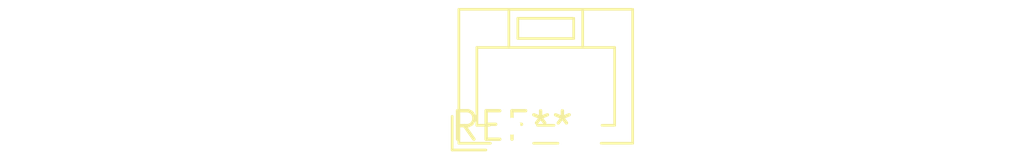
<source format=kicad_pcb>
(kicad_pcb (version 20240108) (generator pcbnew)
  (layers (0 "F.Cu" signal) (31 "B.Cu" signal) (34 "B.Paste" user) (35 "F.Paste" user) (36 "B.SilkS" user "B.Silkscreen") (37 "F.SilkS" user "F.Silkscreen") (38 "B.Mask" user) (39 "F.Mask" user) (44 "Edge.Cuts" user))
  (net 0 "")
  (footprint "JST_ZE_B03B-ZESK-D_1x03_P1.50mm_Vertical" (layer "F.Cu") (at 0 0)
    (property "Reference" "REF**")
    (property "Value" "JST_ZE_B03B-ZESK-D_1x03_P1.50mm_Vertical")
    (fp_line (start -2.66 -0.44) (end -2.66 1.06) (layer "F.SilkS") (stroke (width 0.12)))
    (fp_line (start -2.66 1.06) (end -1.16 1.06) (layer "F.SilkS") (stroke (width 0.12)))
    (fp_line (start -2.36 -5.21) (end 5.36 -5.21) (layer "F.SilkS") (stroke (width 0.12)))
    (fp_line (start -2.36 0.76) (end -2.36 -5.21) (layer "F.SilkS") (stroke (width 0.12)))
    (fp_line (start -1.56 -3.51) (end -1.56 -0.04) (layer "F.SilkS") (stroke (width 0.12)))
    (fp_line (start -1.56 -0.04) (end -1 -0.04) (layer "F.SilkS") (stroke (width 0.12)))
    (fp_line (start -0.96 0.76) (end -2.36 0.76) (layer "F.SilkS") (stroke (width 0.12)))
    (fp_line (start -0.14 -5.21) (end -0.14 -3.51) (layer "F.SilkS") (stroke (width 0.12)))
    (fp_line (start -0.14 -3.51) (end -1.56 -3.51) (layer "F.SilkS") (stroke (width 0.12)))
    (fp_line (start -0.14 -3.51) (end 3.14 -3.51) (layer "F.SilkS") (stroke (width 0.12)))
    (fp_line (start 0.26 -4.81) (end 0.26 -3.91) (layer "F.SilkS") (stroke (width 0.12)))
    (fp_line (start 0.26 -3.91) (end 2.74 -3.91) (layer "F.SilkS") (stroke (width 0.12)))
    (fp_line (start 0.96 0.76) (end 2.04 0.76) (layer "F.SilkS") (stroke (width 0.12)))
    (fp_line (start 1.135 -0.04) (end 1.865 -0.04) (layer "F.SilkS") (stroke (width 0.12)))
    (fp_line (start 2.74 -4.81) (end 0.26 -4.81) (layer "F.SilkS") (stroke (width 0.12)))
    (fp_line (start 2.74 -3.91) (end 2.74 -4.81) (layer "F.SilkS") (stroke (width 0.12)))
    (fp_line (start 3.14 -5.21) (end -0.14 -5.21) (layer "F.SilkS") (stroke (width 0.12)))
    (fp_line (start 3.14 -3.51) (end 3.14 -5.21) (layer "F.SilkS") (stroke (width 0.12)))
    (fp_line (start 3.14 -3.51) (end 4.56 -3.51) (layer "F.SilkS") (stroke (width 0.12)))
    (fp_line (start 4.56 -3.51) (end 4.56 -0.04) (layer "F.SilkS") (stroke (width 0.12)))
    (fp_line (start 4.56 -0.04) (end 4 -0.04) (layer "F.SilkS") (stroke (width 0.12)))
    (fp_line (start 5.36 -5.21) (end 5.36 0.76) (layer "F.SilkS") (stroke (width 0.12)))
    (fp_line (start 5.36 0.76) (end 3.96 0.76) (layer "F.SilkS") (stroke (width 0.12)))
    (pad "1" thru_hole custom (at 0 0) (size 1.117157 1.117157) (drill 0.75) (layers *.Cu *.Mask) (remove_unused_layers) (options (clearance outline) (anchor circle)) (primitives (gr_poly (pts (xy 0.45 -0.225) (xy 0.45 0.625) (xy -0.45 0.625) (xy -0.45 -0.625) (xy 0.05 -0.625)) (width 0.5) (fill yes))))
    (pad "2" thru_hole oval (at 1.5 -2) (size 1.4 1.75) (drill 0.75) (layers *.Cu *.Mask) (remove_unused_layers))
    (pad "3" thru_hole oval (at 3 0) (size 1.4 1.75) (drill 0.75) (layers *.Cu *.Mask) (remove_unused_layers))
  )
)
</source>
